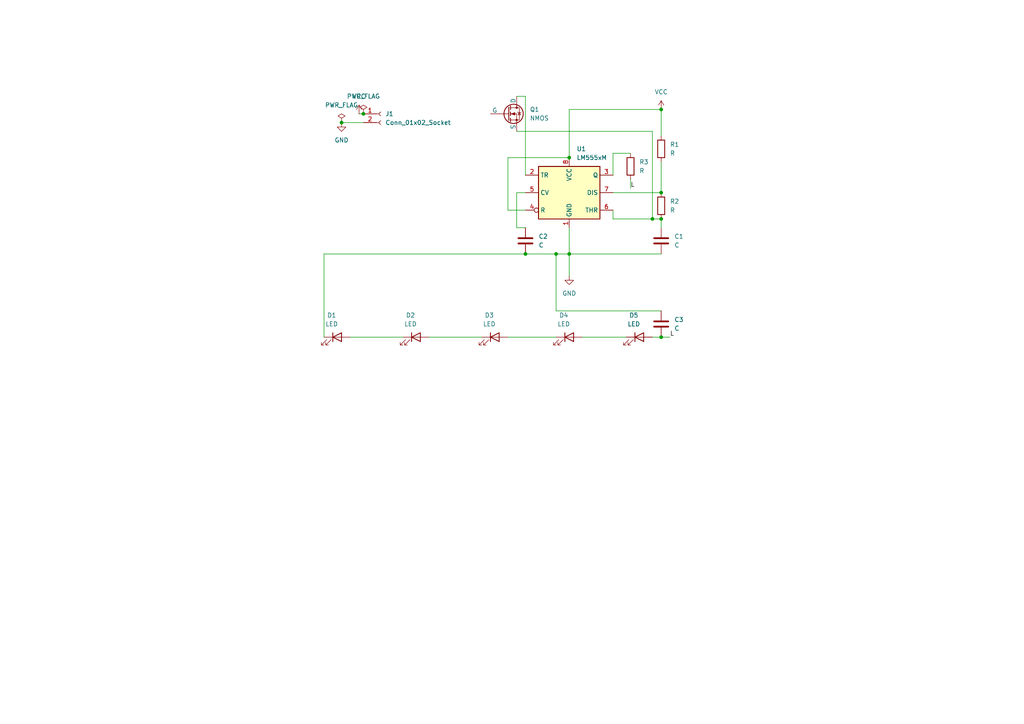
<source format=kicad_sch>
(kicad_sch
	(version 20250114)
	(generator "eeschema")
	(generator_version "9.0")
	(uuid "daaebc3e-3a5c-463c-b4ed-b3a8d5578252")
	(paper "A4")
	(lib_symbols
		(symbol "Connector:Conn_01x02_Socket"
			(pin_names
				(offset 1.016)
				(hide yes)
			)
			(exclude_from_sim no)
			(in_bom yes)
			(on_board yes)
			(property "Reference" "J"
				(at 0 2.54 0)
				(effects
					(font
						(size 1.27 1.27)
					)
				)
			)
			(property "Value" "Conn_01x02_Socket"
				(at 0 -5.08 0)
				(effects
					(font
						(size 1.27 1.27)
					)
				)
			)
			(property "Footprint" ""
				(at 0 0 0)
				(effects
					(font
						(size 1.27 1.27)
					)
					(hide yes)
				)
			)
			(property "Datasheet" "~"
				(at 0 0 0)
				(effects
					(font
						(size 1.27 1.27)
					)
					(hide yes)
				)
			)
			(property "Description" "Generic connector, single row, 01x02, script generated"
				(at 0 0 0)
				(effects
					(font
						(size 1.27 1.27)
					)
					(hide yes)
				)
			)
			(property "ki_locked" ""
				(at 0 0 0)
				(effects
					(font
						(size 1.27 1.27)
					)
				)
			)
			(property "ki_keywords" "connector"
				(at 0 0 0)
				(effects
					(font
						(size 1.27 1.27)
					)
					(hide yes)
				)
			)
			(property "ki_fp_filters" "Connector*:*_1x??_*"
				(at 0 0 0)
				(effects
					(font
						(size 1.27 1.27)
					)
					(hide yes)
				)
			)
			(symbol "Conn_01x02_Socket_1_1"
				(polyline
					(pts
						(xy -1.27 0) (xy -0.508 0)
					)
					(stroke
						(width 0.1524)
						(type default)
					)
					(fill
						(type none)
					)
				)
				(polyline
					(pts
						(xy -1.27 -2.54) (xy -0.508 -2.54)
					)
					(stroke
						(width 0.1524)
						(type default)
					)
					(fill
						(type none)
					)
				)
				(arc
					(start 0 -0.508)
					(mid -0.5058 0)
					(end 0 0.508)
					(stroke
						(width 0.1524)
						(type default)
					)
					(fill
						(type none)
					)
				)
				(arc
					(start 0 -3.048)
					(mid -0.5058 -2.54)
					(end 0 -2.032)
					(stroke
						(width 0.1524)
						(type default)
					)
					(fill
						(type none)
					)
				)
				(pin passive line
					(at -5.08 0 0)
					(length 3.81)
					(name "Pin_1"
						(effects
							(font
								(size 1.27 1.27)
							)
						)
					)
					(number "1"
						(effects
							(font
								(size 1.27 1.27)
							)
						)
					)
				)
				(pin passive line
					(at -5.08 -2.54 0)
					(length 3.81)
					(name "Pin_2"
						(effects
							(font
								(size 1.27 1.27)
							)
						)
					)
					(number "2"
						(effects
							(font
								(size 1.27 1.27)
							)
						)
					)
				)
			)
			(embedded_fonts no)
		)
		(symbol "Device:C"
			(pin_numbers
				(hide yes)
			)
			(pin_names
				(offset 0.254)
			)
			(exclude_from_sim no)
			(in_bom yes)
			(on_board yes)
			(property "Reference" "C"
				(at 0.635 2.54 0)
				(effects
					(font
						(size 1.27 1.27)
					)
					(justify left)
				)
			)
			(property "Value" "C"
				(at 0.635 -2.54 0)
				(effects
					(font
						(size 1.27 1.27)
					)
					(justify left)
				)
			)
			(property "Footprint" ""
				(at 0.9652 -3.81 0)
				(effects
					(font
						(size 1.27 1.27)
					)
					(hide yes)
				)
			)
			(property "Datasheet" "~"
				(at 0 0 0)
				(effects
					(font
						(size 1.27 1.27)
					)
					(hide yes)
				)
			)
			(property "Description" "Unpolarized capacitor"
				(at 0 0 0)
				(effects
					(font
						(size 1.27 1.27)
					)
					(hide yes)
				)
			)
			(property "ki_keywords" "cap capacitor"
				(at 0 0 0)
				(effects
					(font
						(size 1.27 1.27)
					)
					(hide yes)
				)
			)
			(property "ki_fp_filters" "C_*"
				(at 0 0 0)
				(effects
					(font
						(size 1.27 1.27)
					)
					(hide yes)
				)
			)
			(symbol "C_0_1"
				(polyline
					(pts
						(xy -2.032 0.762) (xy 2.032 0.762)
					)
					(stroke
						(width 0.508)
						(type default)
					)
					(fill
						(type none)
					)
				)
				(polyline
					(pts
						(xy -2.032 -0.762) (xy 2.032 -0.762)
					)
					(stroke
						(width 0.508)
						(type default)
					)
					(fill
						(type none)
					)
				)
			)
			(symbol "C_1_1"
				(pin passive line
					(at 0 3.81 270)
					(length 2.794)
					(name "~"
						(effects
							(font
								(size 1.27 1.27)
							)
						)
					)
					(number "1"
						(effects
							(font
								(size 1.27 1.27)
							)
						)
					)
				)
				(pin passive line
					(at 0 -3.81 90)
					(length 2.794)
					(name "~"
						(effects
							(font
								(size 1.27 1.27)
							)
						)
					)
					(number "2"
						(effects
							(font
								(size 1.27 1.27)
							)
						)
					)
				)
			)
			(embedded_fonts no)
		)
		(symbol "Device:LED"
			(pin_numbers
				(hide yes)
			)
			(pin_names
				(offset 1.016)
				(hide yes)
			)
			(exclude_from_sim no)
			(in_bom yes)
			(on_board yes)
			(property "Reference" "D"
				(at 0 2.54 0)
				(effects
					(font
						(size 1.27 1.27)
					)
				)
			)
			(property "Value" "LED"
				(at 0 -2.54 0)
				(effects
					(font
						(size 1.27 1.27)
					)
				)
			)
			(property "Footprint" ""
				(at 0 0 0)
				(effects
					(font
						(size 1.27 1.27)
					)
					(hide yes)
				)
			)
			(property "Datasheet" "~"
				(at 0 0 0)
				(effects
					(font
						(size 1.27 1.27)
					)
					(hide yes)
				)
			)
			(property "Description" "Light emitting diode"
				(at 0 0 0)
				(effects
					(font
						(size 1.27 1.27)
					)
					(hide yes)
				)
			)
			(property "Sim.Pins" "1=K 2=A"
				(at 0 0 0)
				(effects
					(font
						(size 1.27 1.27)
					)
					(hide yes)
				)
			)
			(property "ki_keywords" "LED diode"
				(at 0 0 0)
				(effects
					(font
						(size 1.27 1.27)
					)
					(hide yes)
				)
			)
			(property "ki_fp_filters" "LED* LED_SMD:* LED_THT:*"
				(at 0 0 0)
				(effects
					(font
						(size 1.27 1.27)
					)
					(hide yes)
				)
			)
			(symbol "LED_0_1"
				(polyline
					(pts
						(xy -3.048 -0.762) (xy -4.572 -2.286) (xy -3.81 -2.286) (xy -4.572 -2.286) (xy -4.572 -1.524)
					)
					(stroke
						(width 0)
						(type default)
					)
					(fill
						(type none)
					)
				)
				(polyline
					(pts
						(xy -1.778 -0.762) (xy -3.302 -2.286) (xy -2.54 -2.286) (xy -3.302 -2.286) (xy -3.302 -1.524)
					)
					(stroke
						(width 0)
						(type default)
					)
					(fill
						(type none)
					)
				)
				(polyline
					(pts
						(xy -1.27 0) (xy 1.27 0)
					)
					(stroke
						(width 0)
						(type default)
					)
					(fill
						(type none)
					)
				)
				(polyline
					(pts
						(xy -1.27 -1.27) (xy -1.27 1.27)
					)
					(stroke
						(width 0.254)
						(type default)
					)
					(fill
						(type none)
					)
				)
				(polyline
					(pts
						(xy 1.27 -1.27) (xy 1.27 1.27) (xy -1.27 0) (xy 1.27 -1.27)
					)
					(stroke
						(width 0.254)
						(type default)
					)
					(fill
						(type none)
					)
				)
			)
			(symbol "LED_1_1"
				(pin passive line
					(at -3.81 0 0)
					(length 2.54)
					(name "K"
						(effects
							(font
								(size 1.27 1.27)
							)
						)
					)
					(number "1"
						(effects
							(font
								(size 1.27 1.27)
							)
						)
					)
				)
				(pin passive line
					(at 3.81 0 180)
					(length 2.54)
					(name "A"
						(effects
							(font
								(size 1.27 1.27)
							)
						)
					)
					(number "2"
						(effects
							(font
								(size 1.27 1.27)
							)
						)
					)
				)
			)
			(embedded_fonts no)
		)
		(symbol "Device:R"
			(pin_numbers
				(hide yes)
			)
			(pin_names
				(offset 0)
			)
			(exclude_from_sim no)
			(in_bom yes)
			(on_board yes)
			(property "Reference" "R"
				(at 2.032 0 90)
				(effects
					(font
						(size 1.27 1.27)
					)
				)
			)
			(property "Value" "R"
				(at 0 0 90)
				(effects
					(font
						(size 1.27 1.27)
					)
				)
			)
			(property "Footprint" ""
				(at -1.778 0 90)
				(effects
					(font
						(size 1.27 1.27)
					)
					(hide yes)
				)
			)
			(property "Datasheet" "~"
				(at 0 0 0)
				(effects
					(font
						(size 1.27 1.27)
					)
					(hide yes)
				)
			)
			(property "Description" "Resistor"
				(at 0 0 0)
				(effects
					(font
						(size 1.27 1.27)
					)
					(hide yes)
				)
			)
			(property "ki_keywords" "R res resistor"
				(at 0 0 0)
				(effects
					(font
						(size 1.27 1.27)
					)
					(hide yes)
				)
			)
			(property "ki_fp_filters" "R_*"
				(at 0 0 0)
				(effects
					(font
						(size 1.27 1.27)
					)
					(hide yes)
				)
			)
			(symbol "R_0_1"
				(rectangle
					(start -1.016 -2.54)
					(end 1.016 2.54)
					(stroke
						(width 0.254)
						(type default)
					)
					(fill
						(type none)
					)
				)
			)
			(symbol "R_1_1"
				(pin passive line
					(at 0 3.81 270)
					(length 1.27)
					(name "~"
						(effects
							(font
								(size 1.27 1.27)
							)
						)
					)
					(number "1"
						(effects
							(font
								(size 1.27 1.27)
							)
						)
					)
				)
				(pin passive line
					(at 0 -3.81 90)
					(length 1.27)
					(name "~"
						(effects
							(font
								(size 1.27 1.27)
							)
						)
					)
					(number "2"
						(effects
							(font
								(size 1.27 1.27)
							)
						)
					)
				)
			)
			(embedded_fonts no)
		)
		(symbol "Simulation_SPICE:NMOS"
			(pin_numbers
				(hide yes)
			)
			(pin_names
				(offset 0)
			)
			(exclude_from_sim no)
			(in_bom yes)
			(on_board yes)
			(property "Reference" "Q"
				(at 5.08 1.27 0)
				(effects
					(font
						(size 1.27 1.27)
					)
					(justify left)
				)
			)
			(property "Value" "NMOS"
				(at 5.08 -1.27 0)
				(effects
					(font
						(size 1.27 1.27)
					)
					(justify left)
				)
			)
			(property "Footprint" ""
				(at 5.08 2.54 0)
				(effects
					(font
						(size 1.27 1.27)
					)
					(hide yes)
				)
			)
			(property "Datasheet" "https://ngspice.sourceforge.io/docs/ngspice-html-manual/manual.xhtml#cha_MOSFETs"
				(at 0 -12.7 0)
				(effects
					(font
						(size 1.27 1.27)
					)
					(hide yes)
				)
			)
			(property "Description" "N-MOSFET transistor, drain/source/gate"
				(at 0 0 0)
				(effects
					(font
						(size 1.27 1.27)
					)
					(hide yes)
				)
			)
			(property "Sim.Device" "NMOS"
				(at 0 -17.145 0)
				(effects
					(font
						(size 1.27 1.27)
					)
					(hide yes)
				)
			)
			(property "Sim.Type" "VDMOS"
				(at 0 -19.05 0)
				(effects
					(font
						(size 1.27 1.27)
					)
					(hide yes)
				)
			)
			(property "Sim.Pins" "1=D 2=G 3=S"
				(at 0 -15.24 0)
				(effects
					(font
						(size 1.27 1.27)
					)
					(hide yes)
				)
			)
			(property "ki_keywords" "transistor NMOS N-MOS N-MOSFET simulation"
				(at 0 0 0)
				(effects
					(font
						(size 1.27 1.27)
					)
					(hide yes)
				)
			)
			(symbol "NMOS_0_1"
				(polyline
					(pts
						(xy 0.254 1.905) (xy 0.254 -1.905)
					)
					(stroke
						(width 0.254)
						(type default)
					)
					(fill
						(type none)
					)
				)
				(polyline
					(pts
						(xy 0.254 0) (xy -2.54 0)
					)
					(stroke
						(width 0)
						(type default)
					)
					(fill
						(type none)
					)
				)
				(polyline
					(pts
						(xy 0.762 2.286) (xy 0.762 1.27)
					)
					(stroke
						(width 0.254)
						(type default)
					)
					(fill
						(type none)
					)
				)
				(polyline
					(pts
						(xy 0.762 0.508) (xy 0.762 -0.508)
					)
					(stroke
						(width 0.254)
						(type default)
					)
					(fill
						(type none)
					)
				)
				(polyline
					(pts
						(xy 0.762 -1.27) (xy 0.762 -2.286)
					)
					(stroke
						(width 0.254)
						(type default)
					)
					(fill
						(type none)
					)
				)
				(polyline
					(pts
						(xy 0.762 -1.778) (xy 3.302 -1.778) (xy 3.302 1.778) (xy 0.762 1.778)
					)
					(stroke
						(width 0)
						(type default)
					)
					(fill
						(type none)
					)
				)
				(polyline
					(pts
						(xy 1.016 0) (xy 2.032 0.381) (xy 2.032 -0.381) (xy 1.016 0)
					)
					(stroke
						(width 0)
						(type default)
					)
					(fill
						(type outline)
					)
				)
				(circle
					(center 1.651 0)
					(radius 2.794)
					(stroke
						(width 0.254)
						(type default)
					)
					(fill
						(type none)
					)
				)
				(polyline
					(pts
						(xy 2.54 2.54) (xy 2.54 1.778)
					)
					(stroke
						(width 0)
						(type default)
					)
					(fill
						(type none)
					)
				)
				(circle
					(center 2.54 1.778)
					(radius 0.254)
					(stroke
						(width 0)
						(type default)
					)
					(fill
						(type outline)
					)
				)
				(circle
					(center 2.54 -1.778)
					(radius 0.254)
					(stroke
						(width 0)
						(type default)
					)
					(fill
						(type outline)
					)
				)
				(polyline
					(pts
						(xy 2.54 -2.54) (xy 2.54 0) (xy 0.762 0)
					)
					(stroke
						(width 0)
						(type default)
					)
					(fill
						(type none)
					)
				)
				(polyline
					(pts
						(xy 2.794 0.508) (xy 2.921 0.381) (xy 3.683 0.381) (xy 3.81 0.254)
					)
					(stroke
						(width 0)
						(type default)
					)
					(fill
						(type none)
					)
				)
				(polyline
					(pts
						(xy 3.302 0.381) (xy 2.921 -0.254) (xy 3.683 -0.254) (xy 3.302 0.381)
					)
					(stroke
						(width 0)
						(type default)
					)
					(fill
						(type none)
					)
				)
			)
			(symbol "NMOS_1_1"
				(pin input line
					(at -5.08 0 0)
					(length 2.54)
					(name "G"
						(effects
							(font
								(size 1.27 1.27)
							)
						)
					)
					(number "2"
						(effects
							(font
								(size 1.27 1.27)
							)
						)
					)
				)
				(pin passive line
					(at 2.54 5.08 270)
					(length 2.54)
					(name "D"
						(effects
							(font
								(size 1.27 1.27)
							)
						)
					)
					(number "1"
						(effects
							(font
								(size 1.27 1.27)
							)
						)
					)
				)
				(pin passive line
					(at 2.54 -5.08 90)
					(length 2.54)
					(name "S"
						(effects
							(font
								(size 1.27 1.27)
							)
						)
					)
					(number "3"
						(effects
							(font
								(size 1.27 1.27)
							)
						)
					)
				)
			)
			(embedded_fonts no)
		)
		(symbol "Timer:LM555xM"
			(exclude_from_sim no)
			(in_bom yes)
			(on_board yes)
			(property "Reference" "U"
				(at -10.16 8.89 0)
				(effects
					(font
						(size 1.27 1.27)
					)
					(justify left)
				)
			)
			(property "Value" "LM555xM"
				(at 2.54 8.89 0)
				(effects
					(font
						(size 1.27 1.27)
					)
					(justify left)
				)
			)
			(property "Footprint" "Package_SO:SOIC-8_3.9x4.9mm_P1.27mm"
				(at 21.59 -10.16 0)
				(effects
					(font
						(size 1.27 1.27)
					)
					(hide yes)
				)
			)
			(property "Datasheet" "http://www.ti.com/lit/ds/symlink/lm555.pdf"
				(at 21.59 -10.16 0)
				(effects
					(font
						(size 1.27 1.27)
					)
					(hide yes)
				)
			)
			(property "Description" "Timer, 555 compatible, SOIC-8"
				(at 0 0 0)
				(effects
					(font
						(size 1.27 1.27)
					)
					(hide yes)
				)
			)
			(property "ki_keywords" "single timer 555"
				(at 0 0 0)
				(effects
					(font
						(size 1.27 1.27)
					)
					(hide yes)
				)
			)
			(property "ki_fp_filters" "SOIC*3.9x4.9mm*P1.27mm*"
				(at 0 0 0)
				(effects
					(font
						(size 1.27 1.27)
					)
					(hide yes)
				)
			)
			(symbol "LM555xM_0_0"
				(pin power_in line
					(at 0 10.16 270)
					(length 2.54)
					(name "VCC"
						(effects
							(font
								(size 1.27 1.27)
							)
						)
					)
					(number "8"
						(effects
							(font
								(size 1.27 1.27)
							)
						)
					)
				)
				(pin power_in line
					(at 0 -10.16 90)
					(length 2.54)
					(name "GND"
						(effects
							(font
								(size 1.27 1.27)
							)
						)
					)
					(number "1"
						(effects
							(font
								(size 1.27 1.27)
							)
						)
					)
				)
			)
			(symbol "LM555xM_0_1"
				(rectangle
					(start -8.89 -7.62)
					(end 8.89 7.62)
					(stroke
						(width 0.254)
						(type default)
					)
					(fill
						(type background)
					)
				)
				(rectangle
					(start -8.89 -7.62)
					(end 8.89 7.62)
					(stroke
						(width 0.254)
						(type default)
					)
					(fill
						(type background)
					)
				)
			)
			(symbol "LM555xM_1_1"
				(pin input line
					(at -12.7 5.08 0)
					(length 3.81)
					(name "TR"
						(effects
							(font
								(size 1.27 1.27)
							)
						)
					)
					(number "2"
						(effects
							(font
								(size 1.27 1.27)
							)
						)
					)
				)
				(pin input line
					(at -12.7 0 0)
					(length 3.81)
					(name "CV"
						(effects
							(font
								(size 1.27 1.27)
							)
						)
					)
					(number "5"
						(effects
							(font
								(size 1.27 1.27)
							)
						)
					)
				)
				(pin input inverted
					(at -12.7 -5.08 0)
					(length 3.81)
					(name "R"
						(effects
							(font
								(size 1.27 1.27)
							)
						)
					)
					(number "4"
						(effects
							(font
								(size 1.27 1.27)
							)
						)
					)
				)
				(pin output line
					(at 12.7 5.08 180)
					(length 3.81)
					(name "Q"
						(effects
							(font
								(size 1.27 1.27)
							)
						)
					)
					(number "3"
						(effects
							(font
								(size 1.27 1.27)
							)
						)
					)
				)
				(pin input line
					(at 12.7 0 180)
					(length 3.81)
					(name "DIS"
						(effects
							(font
								(size 1.27 1.27)
							)
						)
					)
					(number "7"
						(effects
							(font
								(size 1.27 1.27)
							)
						)
					)
				)
				(pin input line
					(at 12.7 -5.08 180)
					(length 3.81)
					(name "THR"
						(effects
							(font
								(size 1.27 1.27)
							)
						)
					)
					(number "6"
						(effects
							(font
								(size 1.27 1.27)
							)
						)
					)
				)
			)
			(embedded_fonts no)
		)
		(symbol "power:GND"
			(power)
			(pin_numbers
				(hide yes)
			)
			(pin_names
				(offset 0)
				(hide yes)
			)
			(exclude_from_sim no)
			(in_bom yes)
			(on_board yes)
			(property "Reference" "#PWR"
				(at 0 -6.35 0)
				(effects
					(font
						(size 1.27 1.27)
					)
					(hide yes)
				)
			)
			(property "Value" "GND"
				(at 0 -3.81 0)
				(effects
					(font
						(size 1.27 1.27)
					)
				)
			)
			(property "Footprint" ""
				(at 0 0 0)
				(effects
					(font
						(size 1.27 1.27)
					)
					(hide yes)
				)
			)
			(property "Datasheet" ""
				(at 0 0 0)
				(effects
					(font
						(size 1.27 1.27)
					)
					(hide yes)
				)
			)
			(property "Description" "Power symbol creates a global label with name \"GND\" , ground"
				(at 0 0 0)
				(effects
					(font
						(size 1.27 1.27)
					)
					(hide yes)
				)
			)
			(property "ki_keywords" "global power"
				(at 0 0 0)
				(effects
					(font
						(size 1.27 1.27)
					)
					(hide yes)
				)
			)
			(symbol "GND_0_1"
				(polyline
					(pts
						(xy 0 0) (xy 0 -1.27) (xy 1.27 -1.27) (xy 0 -2.54) (xy -1.27 -1.27) (xy 0 -1.27)
					)
					(stroke
						(width 0)
						(type default)
					)
					(fill
						(type none)
					)
				)
			)
			(symbol "GND_1_1"
				(pin power_in line
					(at 0 0 270)
					(length 0)
					(name "~"
						(effects
							(font
								(size 1.27 1.27)
							)
						)
					)
					(number "1"
						(effects
							(font
								(size 1.27 1.27)
							)
						)
					)
				)
			)
			(embedded_fonts no)
		)
		(symbol "power:PWR_FLAG"
			(power)
			(pin_numbers
				(hide yes)
			)
			(pin_names
				(offset 0)
				(hide yes)
			)
			(exclude_from_sim no)
			(in_bom yes)
			(on_board yes)
			(property "Reference" "#FLG"
				(at 0 1.905 0)
				(effects
					(font
						(size 1.27 1.27)
					)
					(hide yes)
				)
			)
			(property "Value" "PWR_FLAG"
				(at 0 3.81 0)
				(effects
					(font
						(size 1.27 1.27)
					)
				)
			)
			(property "Footprint" ""
				(at 0 0 0)
				(effects
					(font
						(size 1.27 1.27)
					)
					(hide yes)
				)
			)
			(property "Datasheet" "~"
				(at 0 0 0)
				(effects
					(font
						(size 1.27 1.27)
					)
					(hide yes)
				)
			)
			(property "Description" "Special symbol for telling ERC where power comes from"
				(at 0 0 0)
				(effects
					(font
						(size 1.27 1.27)
					)
					(hide yes)
				)
			)
			(property "ki_keywords" "flag power"
				(at 0 0 0)
				(effects
					(font
						(size 1.27 1.27)
					)
					(hide yes)
				)
			)
			(symbol "PWR_FLAG_0_0"
				(pin power_out line
					(at 0 0 90)
					(length 0)
					(name "~"
						(effects
							(font
								(size 1.27 1.27)
							)
						)
					)
					(number "1"
						(effects
							(font
								(size 1.27 1.27)
							)
						)
					)
				)
			)
			(symbol "PWR_FLAG_0_1"
				(polyline
					(pts
						(xy 0 0) (xy 0 1.27) (xy -1.016 1.905) (xy 0 2.54) (xy 1.016 1.905) (xy 0 1.27)
					)
					(stroke
						(width 0)
						(type default)
					)
					(fill
						(type none)
					)
				)
			)
			(embedded_fonts no)
		)
		(symbol "power:VCC"
			(power)
			(pin_numbers
				(hide yes)
			)
			(pin_names
				(offset 0)
				(hide yes)
			)
			(exclude_from_sim no)
			(in_bom yes)
			(on_board yes)
			(property "Reference" "#PWR"
				(at 0 -3.81 0)
				(effects
					(font
						(size 1.27 1.27)
					)
					(hide yes)
				)
			)
			(property "Value" "VCC"
				(at 0 3.556 0)
				(effects
					(font
						(size 1.27 1.27)
					)
				)
			)
			(property "Footprint" ""
				(at 0 0 0)
				(effects
					(font
						(size 1.27 1.27)
					)
					(hide yes)
				)
			)
			(property "Datasheet" ""
				(at 0 0 0)
				(effects
					(font
						(size 1.27 1.27)
					)
					(hide yes)
				)
			)
			(property "Description" "Power symbol creates a global label with name \"VCC\""
				(at 0 0 0)
				(effects
					(font
						(size 1.27 1.27)
					)
					(hide yes)
				)
			)
			(property "ki_keywords" "global power"
				(at 0 0 0)
				(effects
					(font
						(size 1.27 1.27)
					)
					(hide yes)
				)
			)
			(symbol "VCC_0_1"
				(polyline
					(pts
						(xy -0.762 1.27) (xy 0 2.54)
					)
					(stroke
						(width 0)
						(type default)
					)
					(fill
						(type none)
					)
				)
				(polyline
					(pts
						(xy 0 2.54) (xy 0.762 1.27)
					)
					(stroke
						(width 0)
						(type default)
					)
					(fill
						(type none)
					)
				)
				(polyline
					(pts
						(xy 0 0) (xy 0 2.54)
					)
					(stroke
						(width 0)
						(type default)
					)
					(fill
						(type none)
					)
				)
			)
			(symbol "VCC_1_1"
				(pin power_in line
					(at 0 0 90)
					(length 0)
					(name "~"
						(effects
							(font
								(size 1.27 1.27)
							)
						)
					)
					(number "1"
						(effects
							(font
								(size 1.27 1.27)
							)
						)
					)
				)
			)
			(embedded_fonts no)
		)
	)
	(junction
		(at 105.41 33.02)
		(diameter 0)
		(color 0 0 0 0)
		(uuid "1f6805be-4b07-45d1-a51b-b25d74615e65")
	)
	(junction
		(at 191.77 97.79)
		(diameter 0)
		(color 0 0 0 0)
		(uuid "475391d7-0442-4a4e-b832-0f214051d26b")
	)
	(junction
		(at 191.77 31.75)
		(diameter 0)
		(color 0 0 0 0)
		(uuid "6753a9a5-9dab-42ef-b677-9cdb20c2abd6")
	)
	(junction
		(at 191.77 63.5)
		(diameter 0)
		(color 0 0 0 0)
		(uuid "8789cdd2-32ca-415a-ba95-d320fed972b9")
	)
	(junction
		(at 165.1 73.66)
		(diameter 0)
		(color 0 0 0 0)
		(uuid "8e570589-b43f-4061-a87e-79dd07aa5232")
	)
	(junction
		(at 99.06 35.56)
		(diameter 0)
		(color 0 0 0 0)
		(uuid "8ffb14ba-57ab-40d1-8181-150ee8e35fad")
	)
	(junction
		(at 152.4 73.66)
		(diameter 0)
		(color 0 0 0 0)
		(uuid "9524a104-a056-4362-b667-e208c1ace033")
	)
	(junction
		(at 189.23 63.5)
		(diameter 0)
		(color 0 0 0 0)
		(uuid "a5b42f2f-574f-4858-b523-2e85a96d3881")
	)
	(junction
		(at 191.77 55.88)
		(diameter 0)
		(color 0 0 0 0)
		(uuid "bcc24927-c625-41a3-9c5d-df667c126d5e")
	)
	(junction
		(at 165.1 45.72)
		(diameter 0)
		(color 0 0 0 0)
		(uuid "bf692cb2-ba79-4e27-b233-d8907ed9c70f")
	)
	(junction
		(at 161.29 73.66)
		(diameter 0)
		(color 0 0 0 0)
		(uuid "e08fcdd7-c41a-4a6a-9a34-d99a7a229153")
	)
	(wire
		(pts
			(xy 124.46 97.79) (xy 139.7 97.79)
		)
		(stroke
			(width 0)
			(type default)
		)
		(uuid "022f2c49-591f-4ba2-87ba-8a32d84f74cf")
	)
	(wire
		(pts
			(xy 152.4 60.96) (xy 147.32 60.96)
		)
		(stroke
			(width 0)
			(type default)
		)
		(uuid "04875105-13d9-4344-b818-ab06f0d1028f")
	)
	(wire
		(pts
			(xy 147.32 45.72) (xy 165.1 45.72)
		)
		(stroke
			(width 0)
			(type default)
		)
		(uuid "07a78b0d-5ce2-4388-a89a-79ccd9d050fb")
	)
	(wire
		(pts
			(xy 149.86 38.1) (xy 189.23 38.1)
		)
		(stroke
			(width 0)
			(type default)
		)
		(uuid "07f686e7-d207-4efc-89f4-27d5acb87684")
	)
	(wire
		(pts
			(xy 177.8 44.45) (xy 182.88 44.45)
		)
		(stroke
			(width 0)
			(type default)
		)
		(uuid "0a048f9b-f87a-4836-bcd2-a41bb0a0cfef")
	)
	(wire
		(pts
			(xy 161.29 73.66) (xy 165.1 73.66)
		)
		(stroke
			(width 0)
			(type default)
		)
		(uuid "17935ce6-e5d8-4f4e-9029-41a855202e0a")
	)
	(wire
		(pts
			(xy 149.86 55.88) (xy 149.86 66.04)
		)
		(stroke
			(width 0)
			(type default)
		)
		(uuid "190a05ee-cb5e-4d04-a734-ef2439dfce12")
	)
	(wire
		(pts
			(xy 177.8 50.8) (xy 177.8 44.45)
		)
		(stroke
			(width 0)
			(type default)
		)
		(uuid "1ae512b4-d6a5-4364-92d8-337caf6f4993")
	)
	(wire
		(pts
			(xy 104.14 33.02) (xy 105.41 33.02)
		)
		(stroke
			(width 0)
			(type default)
		)
		(uuid "23208960-bdb4-4ce6-8f2d-efe2c3a5117f")
	)
	(wire
		(pts
			(xy 161.29 90.17) (xy 161.29 73.66)
		)
		(stroke
			(width 0)
			(type default)
		)
		(uuid "23db286d-dd83-4750-b0c1-57964ace930f")
	)
	(wire
		(pts
			(xy 189.23 97.79) (xy 191.77 97.79)
		)
		(stroke
			(width 0)
			(type default)
		)
		(uuid "2406895d-3b46-4e21-ae4a-a99d8af42a71")
	)
	(wire
		(pts
			(xy 93.98 73.66) (xy 152.4 73.66)
		)
		(stroke
			(width 0)
			(type default)
		)
		(uuid "25208a54-3cba-48ed-9d30-a8f354d21750")
	)
	(wire
		(pts
			(xy 177.8 63.5) (xy 177.8 60.96)
		)
		(stroke
			(width 0)
			(type default)
		)
		(uuid "26bfca84-74cc-4ced-889c-4e6fbc3ef228")
	)
	(wire
		(pts
			(xy 99.06 35.56) (xy 105.41 35.56)
		)
		(stroke
			(width 0)
			(type default)
		)
		(uuid "28acf04d-3310-4521-b3bb-2e869edd7184")
	)
	(wire
		(pts
			(xy 189.23 38.1) (xy 189.23 63.5)
		)
		(stroke
			(width 0)
			(type default)
		)
		(uuid "2b1de91b-6989-419b-8e50-ee943c170d24")
	)
	(wire
		(pts
			(xy 152.4 73.66) (xy 161.29 73.66)
		)
		(stroke
			(width 0)
			(type default)
		)
		(uuid "2d145c87-dcba-4e10-8f1d-7d0291951958")
	)
	(wire
		(pts
			(xy 147.32 60.96) (xy 147.32 45.72)
		)
		(stroke
			(width 0)
			(type default)
		)
		(uuid "3104d971-fb4b-4d46-979f-e4834feae66c")
	)
	(wire
		(pts
			(xy 149.86 55.88) (xy 152.4 55.88)
		)
		(stroke
			(width 0)
			(type default)
		)
		(uuid "33d29adf-4885-4c6a-a817-62e7b1b87e0b")
	)
	(wire
		(pts
			(xy 191.77 97.79) (xy 194.31 97.79)
		)
		(stroke
			(width 0)
			(type default)
		)
		(uuid "357c5850-6527-44a3-a1d9-5ae548937fec")
	)
	(wire
		(pts
			(xy 191.77 31.75) (xy 191.77 39.37)
		)
		(stroke
			(width 0)
			(type default)
		)
		(uuid "3dce4556-b2d5-429b-bbd8-f71aaf726688")
	)
	(wire
		(pts
			(xy 191.77 63.5) (xy 189.23 63.5)
		)
		(stroke
			(width 0)
			(type default)
		)
		(uuid "40c026eb-4b9e-4b65-8bb6-1bd06cb39d35")
	)
	(wire
		(pts
			(xy 147.32 97.79) (xy 161.29 97.79)
		)
		(stroke
			(width 0)
			(type default)
		)
		(uuid "48696118-7a3b-403d-9503-8a72f6ea447a")
	)
	(wire
		(pts
			(xy 152.4 27.94) (xy 149.86 27.94)
		)
		(stroke
			(width 0)
			(type default)
		)
		(uuid "495d3b80-c556-4946-9e46-b87b11b7bff9")
	)
	(wire
		(pts
			(xy 168.91 97.79) (xy 181.61 97.79)
		)
		(stroke
			(width 0)
			(type default)
		)
		(uuid "5cd27eda-0195-4f10-9e3c-82e603d6f66a")
	)
	(wire
		(pts
			(xy 152.4 50.8) (xy 152.4 27.94)
		)
		(stroke
			(width 0)
			(type default)
		)
		(uuid "6086f49d-9832-4a31-aba5-c4f943e3a4e9")
	)
	(wire
		(pts
			(xy 177.8 55.88) (xy 191.77 55.88)
		)
		(stroke
			(width 0)
			(type default)
		)
		(uuid "6b0d6f6b-0d4b-4119-b697-3cb312f093a9")
	)
	(wire
		(pts
			(xy 182.88 52.07) (xy 182.88 54.61)
		)
		(stroke
			(width 0)
			(type default)
		)
		(uuid "6df81e7c-620c-4a22-afc6-1c094e5eb106")
	)
	(wire
		(pts
			(xy 149.86 66.04) (xy 152.4 66.04)
		)
		(stroke
			(width 0)
			(type default)
		)
		(uuid "7d2a5bec-17e6-4840-8f11-dec9141f3980")
	)
	(wire
		(pts
			(xy 165.1 31.75) (xy 165.1 45.72)
		)
		(stroke
			(width 0)
			(type default)
		)
		(uuid "8f3ddaf0-c84b-42d9-83b3-4b79614beeca")
	)
	(wire
		(pts
			(xy 191.77 31.75) (xy 165.1 31.75)
		)
		(stroke
			(width 0)
			(type default)
		)
		(uuid "9539341b-467b-41a7-ba0b-75582e5b6896")
	)
	(wire
		(pts
			(xy 165.1 73.66) (xy 191.77 73.66)
		)
		(stroke
			(width 0)
			(type default)
		)
		(uuid "aeb695e5-5736-4267-a971-f627fe1fa136")
	)
	(wire
		(pts
			(xy 101.6 97.79) (xy 116.84 97.79)
		)
		(stroke
			(width 0)
			(type default)
		)
		(uuid "bbeee75a-2d10-4803-8d17-d12d7732870e")
	)
	(wire
		(pts
			(xy 191.77 63.5) (xy 191.77 66.04)
		)
		(stroke
			(width 0)
			(type default)
		)
		(uuid "c7f2b30b-78c2-47fa-92d7-7ee9fc18d70b")
	)
	(wire
		(pts
			(xy 165.1 73.66) (xy 165.1 80.01)
		)
		(stroke
			(width 0)
			(type default)
		)
		(uuid "ce24f7b1-a137-450a-b71e-61cf06d07875")
	)
	(wire
		(pts
			(xy 165.1 66.04) (xy 165.1 73.66)
		)
		(stroke
			(width 0)
			(type default)
		)
		(uuid "d508ef78-7a34-4c23-a006-6a106e19f239")
	)
	(wire
		(pts
			(xy 93.98 97.79) (xy 93.98 73.66)
		)
		(stroke
			(width 0)
			(type default)
		)
		(uuid "e63f7394-1dc5-472b-80a2-74a76c83d7b1")
	)
	(wire
		(pts
			(xy 189.23 63.5) (xy 177.8 63.5)
		)
		(stroke
			(width 0)
			(type default)
		)
		(uuid "f48653ab-36cf-4645-89ef-ab936386aacb")
	)
	(wire
		(pts
			(xy 191.77 46.99) (xy 191.77 55.88)
		)
		(stroke
			(width 0)
			(type default)
		)
		(uuid "f8f4fd4f-5e05-435f-924a-b756c162154a")
	)
	(wire
		(pts
			(xy 191.77 90.17) (xy 161.29 90.17)
		)
		(stroke
			(width 0)
			(type default)
		)
		(uuid "fdc3974a-b8d0-4e9c-ad5c-89bf9814f893")
	)
	(label "L"
		(at 182.88 54.61 0)
		(effects
			(font
				(size 1.27 1.27)
			)
			(justify left bottom)
		)
		(uuid "7f3fe790-878e-4b05-bec2-c8892688c06a")
	)
	(label "L"
		(at 194.31 97.79 0)
		(effects
			(font
				(size 1.27 1.27)
			)
			(justify left bottom)
		)
		(uuid "888acd0b-eaa5-4298-a02c-111f7bf8183c")
	)
	(symbol
		(lib_id "power:PWR_FLAG")
		(at 99.06 35.56 0)
		(unit 1)
		(exclude_from_sim no)
		(in_bom yes)
		(on_board yes)
		(dnp no)
		(fields_autoplaced yes)
		(uuid "0b326cbc-20a6-41da-bfae-70024b194a6a")
		(property "Reference" "#FLG02"
			(at 99.06 33.655 0)
			(effects
				(font
					(size 1.27 1.27)
				)
				(hide yes)
			)
		)
		(property "Value" "PWR_FLAG"
			(at 99.06 30.48 0)
			(effects
				(font
					(size 1.27 1.27)
				)
			)
		)
		(property "Footprint" ""
			(at 99.06 35.56 0)
			(effects
				(font
					(size 1.27 1.27)
				)
				(hide yes)
			)
		)
		(property "Datasheet" "~"
			(at 99.06 35.56 0)
			(effects
				(font
					(size 1.27 1.27)
				)
				(hide yes)
			)
		)
		(property "Description" "Special symbol for telling ERC where power comes from"
			(at 99.06 35.56 0)
			(effects
				(font
					(size 1.27 1.27)
				)
				(hide yes)
			)
		)
		(pin "1"
			(uuid "5d19795f-0dbb-4709-8b36-c6f78b73346f")
		)
		(instances
			(project ""
				(path "/daaebc3e-3a5c-463c-b4ed-b3a8d5578252"
					(reference "#FLG02")
					(unit 1)
				)
			)
		)
	)
	(symbol
		(lib_id "Connector:Conn_01x02_Socket")
		(at 110.49 33.02 0)
		(unit 1)
		(exclude_from_sim no)
		(in_bom yes)
		(on_board yes)
		(dnp no)
		(uuid "106604bf-6c65-45d9-89bf-35767686f95a")
		(property "Reference" "J1"
			(at 111.76 33.0199 0)
			(effects
				(font
					(size 1.27 1.27)
				)
				(justify left)
			)
		)
		(property "Value" "Conn_01x02_Socket"
			(at 111.76 35.5599 0)
			(effects
				(font
					(size 1.27 1.27)
				)
				(justify left)
			)
		)
		(property "Footprint" "Connector_AMASS:AMASS_XT60-F_1x02_P7.20mm_Vertical"
			(at 110.49 33.02 0)
			(effects
				(font
					(size 1.27 1.27)
				)
				(hide yes)
			)
		)
		(property "Datasheet" "~"
			(at 110.49 33.02 0)
			(effects
				(font
					(size 1.27 1.27)
				)
				(hide yes)
			)
		)
		(property "Description" "Generic connector, single row, 01x02, script generated"
			(at 110.49 33.02 0)
			(effects
				(font
					(size 1.27 1.27)
				)
				(hide yes)
			)
		)
		(pin "2"
			(uuid "25be1794-6646-48ce-ad7b-38559b3eafce")
		)
		(pin "1"
			(uuid "0f9e1e98-6dd5-44a2-8365-a9e3ef6d7674")
		)
		(instances
			(project ""
				(path "/daaebc3e-3a5c-463c-b4ed-b3a8d5578252"
					(reference "J1")
					(unit 1)
				)
			)
		)
	)
	(symbol
		(lib_id "Device:LED")
		(at 143.51 97.79 0)
		(unit 1)
		(exclude_from_sim no)
		(in_bom yes)
		(on_board yes)
		(dnp no)
		(fields_autoplaced yes)
		(uuid "13161d41-5563-46f4-a484-db97140094dd")
		(property "Reference" "D3"
			(at 141.9225 91.44 0)
			(effects
				(font
					(size 1.27 1.27)
				)
			)
		)
		(property "Value" "LED"
			(at 141.9225 93.98 0)
			(effects
				(font
					(size 1.27 1.27)
				)
			)
		)
		(property "Footprint" "LED_SMD:LED_1W_3W_R8"
			(at 143.51 97.79 0)
			(effects
				(font
					(size 1.27 1.27)
				)
				(hide yes)
			)
		)
		(property "Datasheet" "~"
			(at 143.51 97.79 0)
			(effects
				(font
					(size 1.27 1.27)
				)
				(hide yes)
			)
		)
		(property "Description" "Light emitting diode"
			(at 143.51 97.79 0)
			(effects
				(font
					(size 1.27 1.27)
				)
				(hide yes)
			)
		)
		(property "Sim.Pins" "1=K 2=A"
			(at 143.51 97.79 0)
			(effects
				(font
					(size 1.27 1.27)
				)
				(hide yes)
			)
		)
		(pin "1"
			(uuid "6e308ac7-4c52-46c1-99c6-178c600570ea")
		)
		(pin "2"
			(uuid "5852e09c-75b2-478c-860f-32a90b119fd1")
		)
		(instances
			(project ""
				(path "/daaebc3e-3a5c-463c-b4ed-b3a8d5578252"
					(reference "D3")
					(unit 1)
				)
			)
		)
	)
	(symbol
		(lib_id "Device:C")
		(at 191.77 93.98 0)
		(unit 1)
		(exclude_from_sim no)
		(in_bom yes)
		(on_board yes)
		(dnp no)
		(fields_autoplaced yes)
		(uuid "231ed599-2096-4066-98ed-d9df75de9b28")
		(property "Reference" "C3"
			(at 195.58 92.7099 0)
			(effects
				(font
					(size 1.27 1.27)
				)
				(justify left)
			)
		)
		(property "Value" "C"
			(at 195.58 95.2499 0)
			(effects
				(font
					(size 1.27 1.27)
				)
				(justify left)
			)
		)
		(property "Footprint" "Capacitor_SMD:C_0201_0603Metric"
			(at 192.7352 97.79 0)
			(effects
				(font
					(size 1.27 1.27)
				)
				(hide yes)
			)
		)
		(property "Datasheet" "~"
			(at 191.77 93.98 0)
			(effects
				(font
					(size 1.27 1.27)
				)
				(hide yes)
			)
		)
		(property "Description" "Unpolarized capacitor"
			(at 191.77 93.98 0)
			(effects
				(font
					(size 1.27 1.27)
				)
				(hide yes)
			)
		)
		(pin "1"
			(uuid "bbf1a126-0377-4b05-a1cf-d87ce1a54d01")
		)
		(pin "2"
			(uuid "adf9e782-f074-4c1f-a401-6efd3405ea37")
		)
		(instances
			(project "blinker"
				(path "/daaebc3e-3a5c-463c-b4ed-b3a8d5578252"
					(reference "C3")
					(unit 1)
				)
			)
		)
	)
	(symbol
		(lib_id "power:GND")
		(at 99.06 35.56 0)
		(unit 1)
		(exclude_from_sim no)
		(in_bom yes)
		(on_board yes)
		(dnp no)
		(fields_autoplaced yes)
		(uuid "2e6706bb-a13a-4d78-87e4-a459ee0c9779")
		(property "Reference" "#PWR03"
			(at 99.06 41.91 0)
			(effects
				(font
					(size 1.27 1.27)
				)
				(hide yes)
			)
		)
		(property "Value" "GND"
			(at 99.06 40.64 0)
			(effects
				(font
					(size 1.27 1.27)
				)
			)
		)
		(property "Footprint" ""
			(at 99.06 35.56 0)
			(effects
				(font
					(size 1.27 1.27)
				)
				(hide yes)
			)
		)
		(property "Datasheet" ""
			(at 99.06 35.56 0)
			(effects
				(font
					(size 1.27 1.27)
				)
				(hide yes)
			)
		)
		(property "Description" "Power symbol creates a global label with name \"GND\" , ground"
			(at 99.06 35.56 0)
			(effects
				(font
					(size 1.27 1.27)
				)
				(hide yes)
			)
		)
		(pin "1"
			(uuid "ae296b92-cfa1-4991-816a-efd6f023bbb3")
		)
		(instances
			(project ""
				(path "/daaebc3e-3a5c-463c-b4ed-b3a8d5578252"
					(reference "#PWR03")
					(unit 1)
				)
			)
		)
	)
	(symbol
		(lib_id "Timer:LM555xM")
		(at 165.1 55.88 0)
		(unit 1)
		(exclude_from_sim no)
		(in_bom yes)
		(on_board yes)
		(dnp no)
		(fields_autoplaced yes)
		(uuid "32e80ac3-6e62-415b-bc96-be29688ffc1c")
		(property "Reference" "U1"
			(at 167.2433 43.18 0)
			(effects
				(font
					(size 1.27 1.27)
				)
				(justify left)
			)
		)
		(property "Value" "LM555xM"
			(at 167.2433 45.72 0)
			(effects
				(font
					(size 1.27 1.27)
				)
				(justify left)
			)
		)
		(property "Footprint" "Package_SO:SOIC-8_3.9x4.9mm_P1.27mm"
			(at 186.69 66.04 0)
			(effects
				(font
					(size 1.27 1.27)
				)
				(hide yes)
			)
		)
		(property "Datasheet" "http://www.ti.com/lit/ds/symlink/lm555.pdf"
			(at 186.69 66.04 0)
			(effects
				(font
					(size 1.27 1.27)
				)
				(hide yes)
			)
		)
		(property "Description" "Timer, 555 compatible, SOIC-8"
			(at 165.1 55.88 0)
			(effects
				(font
					(size 1.27 1.27)
				)
				(hide yes)
			)
		)
		(pin "6"
			(uuid "f8c9c673-2c85-4340-976a-4fe6a8b3a668")
		)
		(pin "2"
			(uuid "8ecb8b9d-895b-4451-8b75-47bcd8568c87")
		)
		(pin "4"
			(uuid "0a10dae6-20a0-4542-99e0-06e933c94ce7")
		)
		(pin "3"
			(uuid "ae3748b0-0ffd-44fa-bc02-f000376b411e")
		)
		(pin "7"
			(uuid "a3c326e0-11ee-4260-88bd-9788311e8619")
		)
		(pin "8"
			(uuid "cda813a5-290f-42da-b264-aaa7390a409f")
		)
		(pin "1"
			(uuid "00c430ba-bc9e-43a3-8ffb-babb71070417")
		)
		(pin "5"
			(uuid "07323fe7-04a6-4836-bda6-643bfcf781d4")
		)
		(instances
			(project ""
				(path "/daaebc3e-3a5c-463c-b4ed-b3a8d5578252"
					(reference "U1")
					(unit 1)
				)
			)
		)
	)
	(symbol
		(lib_id "Device:R")
		(at 191.77 43.18 0)
		(unit 1)
		(exclude_from_sim no)
		(in_bom yes)
		(on_board yes)
		(dnp no)
		(fields_autoplaced yes)
		(uuid "346c090b-156e-4cba-92d1-de003e93779d")
		(property "Reference" "R1"
			(at 194.31 41.9099 0)
			(effects
				(font
					(size 1.27 1.27)
				)
				(justify left)
			)
		)
		(property "Value" "R"
			(at 194.31 44.4499 0)
			(effects
				(font
					(size 1.27 1.27)
				)
				(justify left)
			)
		)
		(property "Footprint" "OptoDevice:R_LDR_5.0x4.1mm_P3mm_Vertical"
			(at 189.992 43.18 90)
			(effects
				(font
					(size 1.27 1.27)
				)
				(hide yes)
			)
		)
		(property "Datasheet" "~"
			(at 191.77 43.18 0)
			(effects
				(font
					(size 1.27 1.27)
				)
				(hide yes)
			)
		)
		(property "Description" "Resistor"
			(at 191.77 43.18 0)
			(effects
				(font
					(size 1.27 1.27)
				)
				(hide yes)
			)
		)
		(pin "2"
			(uuid "437e1bce-3e7c-47ec-9a90-cd743b14cdec")
		)
		(pin "1"
			(uuid "05939590-2a7a-40e0-be18-204eb546ed78")
		)
		(instances
			(project "blinker"
				(path "/daaebc3e-3a5c-463c-b4ed-b3a8d5578252"
					(reference "R1")
					(unit 1)
				)
			)
		)
	)
	(symbol
		(lib_id "Simulation_SPICE:NMOS")
		(at 147.32 33.02 0)
		(unit 1)
		(exclude_from_sim no)
		(in_bom yes)
		(on_board yes)
		(dnp no)
		(fields_autoplaced yes)
		(uuid "3a72dbb6-c0ce-44b1-b024-c723b043dc2b")
		(property "Reference" "Q1"
			(at 153.67 31.7499 0)
			(effects
				(font
					(size 1.27 1.27)
				)
				(justify left)
			)
		)
		(property "Value" "NMOS"
			(at 153.67 34.2899 0)
			(effects
				(font
					(size 1.27 1.27)
				)
				(justify left)
			)
		)
		(property "Footprint" "Package_TO_SOT_THT:TO-92Flat"
			(at 152.4 30.48 0)
			(effects
				(font
					(size 1.27 1.27)
				)
				(hide yes)
			)
		)
		(property "Datasheet" "https://ngspice.sourceforge.io/docs/ngspice-html-manual/manual.xhtml#cha_MOSFETs"
			(at 147.32 45.72 0)
			(effects
				(font
					(size 1.27 1.27)
				)
				(hide yes)
			)
		)
		(property "Description" "N-MOSFET transistor, drain/source/gate"
			(at 147.32 33.02 0)
			(effects
				(font
					(size 1.27 1.27)
				)
				(hide yes)
			)
		)
		(property "Sim.Device" "NMOS"
			(at 147.32 50.165 0)
			(effects
				(font
					(size 1.27 1.27)
				)
				(hide yes)
			)
		)
		(property "Sim.Type" "VDMOS"
			(at 147.32 52.07 0)
			(effects
				(font
					(size 1.27 1.27)
				)
				(hide yes)
			)
		)
		(property "Sim.Pins" "1=D 2=G 3=S"
			(at 147.32 48.26 0)
			(effects
				(font
					(size 1.27 1.27)
				)
				(hide yes)
			)
		)
		(pin "1"
			(uuid "e183a4b2-84ac-4ea0-91c2-e45d07d5c5cb")
		)
		(pin "2"
			(uuid "ec05b955-eb10-4948-8ee9-26ebbeb598cd")
		)
		(pin "3"
			(uuid "fcd44e6c-c320-496c-be68-c2796d36e1ee")
		)
		(instances
			(project ""
				(path "/daaebc3e-3a5c-463c-b4ed-b3a8d5578252"
					(reference "Q1")
					(unit 1)
				)
			)
		)
	)
	(symbol
		(lib_id "Device:LED")
		(at 97.79 97.79 0)
		(unit 1)
		(exclude_from_sim no)
		(in_bom yes)
		(on_board yes)
		(dnp no)
		(fields_autoplaced yes)
		(uuid "436a4971-c5cc-4214-8ead-f02fef3548f1")
		(property "Reference" "D1"
			(at 96.2025 91.44 0)
			(effects
				(font
					(size 1.27 1.27)
				)
			)
		)
		(property "Value" "LED"
			(at 96.2025 93.98 0)
			(effects
				(font
					(size 1.27 1.27)
				)
			)
		)
		(property "Footprint" "LED_SMD:LED_1W_3W_R8"
			(at 97.79 97.79 0)
			(effects
				(font
					(size 1.27 1.27)
				)
				(hide yes)
			)
		)
		(property "Datasheet" "~"
			(at 97.79 97.79 0)
			(effects
				(font
					(size 1.27 1.27)
				)
				(hide yes)
			)
		)
		(property "Description" "Light emitting diode"
			(at 97.79 97.79 0)
			(effects
				(font
					(size 1.27 1.27)
				)
				(hide yes)
			)
		)
		(property "Sim.Pins" "1=K 2=A"
			(at 97.79 97.79 0)
			(effects
				(font
					(size 1.27 1.27)
				)
				(hide yes)
			)
		)
		(pin "2"
			(uuid "8fe5ca5b-9a9a-415a-921d-a33e34e537ac")
		)
		(pin "1"
			(uuid "3fd6e679-1340-4203-8515-42cb45fdecb7")
		)
		(instances
			(project ""
				(path "/daaebc3e-3a5c-463c-b4ed-b3a8d5578252"
					(reference "D1")
					(unit 1)
				)
			)
		)
	)
	(symbol
		(lib_id "Device:C")
		(at 152.4 69.85 0)
		(unit 1)
		(exclude_from_sim no)
		(in_bom yes)
		(on_board yes)
		(dnp no)
		(fields_autoplaced yes)
		(uuid "a4f87866-b931-43a4-a721-47c81ad38534")
		(property "Reference" "C2"
			(at 156.21 68.5799 0)
			(effects
				(font
					(size 1.27 1.27)
				)
				(justify left)
			)
		)
		(property "Value" "C"
			(at 156.21 71.1199 0)
			(effects
				(font
					(size 1.27 1.27)
				)
				(justify left)
			)
		)
		(property "Footprint" "Capacitor_SMD:C_0201_0603Metric"
			(at 153.3652 73.66 0)
			(effects
				(font
					(size 1.27 1.27)
				)
				(hide yes)
			)
		)
		(property "Datasheet" "~"
			(at 152.4 69.85 0)
			(effects
				(font
					(size 1.27 1.27)
				)
				(hide yes)
			)
		)
		(property "Description" "Unpolarized capacitor"
			(at 152.4 69.85 0)
			(effects
				(font
					(size 1.27 1.27)
				)
				(hide yes)
			)
		)
		(pin "1"
			(uuid "97c92796-6ba3-43e9-b8e8-5abd29dd5aad")
		)
		(pin "2"
			(uuid "431da31b-ea9f-4e4c-90fd-7daabc0d6da3")
		)
		(instances
			(project "blinker"
				(path "/daaebc3e-3a5c-463c-b4ed-b3a8d5578252"
					(reference "C2")
					(unit 1)
				)
			)
		)
	)
	(symbol
		(lib_id "Device:R")
		(at 191.77 59.69 0)
		(unit 1)
		(exclude_from_sim no)
		(in_bom yes)
		(on_board yes)
		(dnp no)
		(fields_autoplaced yes)
		(uuid "a87baf82-6560-4041-9a61-71b09e9e1181")
		(property "Reference" "R2"
			(at 194.31 58.4199 0)
			(effects
				(font
					(size 1.27 1.27)
				)
				(justify left)
			)
		)
		(property "Value" "R"
			(at 194.31 60.9599 0)
			(effects
				(font
					(size 1.27 1.27)
				)
				(justify left)
			)
		)
		(property "Footprint" "OptoDevice:R_LDR_5.0x4.1mm_P3mm_Vertical"
			(at 189.992 59.69 90)
			(effects
				(font
					(size 1.27 1.27)
				)
				(hide yes)
			)
		)
		(property "Datasheet" "~"
			(at 191.77 59.69 0)
			(effects
				(font
					(size 1.27 1.27)
				)
				(hide yes)
			)
		)
		(property "Description" "Resistor"
			(at 191.77 59.69 0)
			(effects
				(font
					(size 1.27 1.27)
				)
				(hide yes)
			)
		)
		(pin "2"
			(uuid "6de07fd3-761c-47e6-8e41-10d41f62a2ca")
		)
		(pin "1"
			(uuid "936bd871-8e54-47a2-8bd5-a7d6e9b07ee9")
		)
		(instances
			(project "blinker"
				(path "/daaebc3e-3a5c-463c-b4ed-b3a8d5578252"
					(reference "R2")
					(unit 1)
				)
			)
		)
	)
	(symbol
		(lib_id "Device:LED")
		(at 120.65 97.79 0)
		(unit 1)
		(exclude_from_sim no)
		(in_bom yes)
		(on_board yes)
		(dnp no)
		(fields_autoplaced yes)
		(uuid "ab03e4aa-433c-46d3-9061-bd16c4fd513d")
		(property "Reference" "D2"
			(at 119.0625 91.44 0)
			(effects
				(font
					(size 1.27 1.27)
				)
			)
		)
		(property "Value" "LED"
			(at 119.0625 93.98 0)
			(effects
				(font
					(size 1.27 1.27)
				)
			)
		)
		(property "Footprint" "LED_SMD:LED_1W_3W_R8"
			(at 120.65 97.79 0)
			(effects
				(font
					(size 1.27 1.27)
				)
				(hide yes)
			)
		)
		(property "Datasheet" "~"
			(at 120.65 97.79 0)
			(effects
				(font
					(size 1.27 1.27)
				)
				(hide yes)
			)
		)
		(property "Description" "Light emitting diode"
			(at 120.65 97.79 0)
			(effects
				(font
					(size 1.27 1.27)
				)
				(hide yes)
			)
		)
		(property "Sim.Pins" "1=K 2=A"
			(at 120.65 97.79 0)
			(effects
				(font
					(size 1.27 1.27)
				)
				(hide yes)
			)
		)
		(pin "1"
			(uuid "5a3fefac-d372-4515-8a9f-ddcba59251ea")
		)
		(pin "2"
			(uuid "920835b7-3a5c-472f-ad14-9beb7a791f16")
		)
		(instances
			(project ""
				(path "/daaebc3e-3a5c-463c-b4ed-b3a8d5578252"
					(reference "D2")
					(unit 1)
				)
			)
		)
	)
	(symbol
		(lib_id "Device:LED")
		(at 185.42 97.79 0)
		(unit 1)
		(exclude_from_sim no)
		(in_bom yes)
		(on_board yes)
		(dnp no)
		(fields_autoplaced yes)
		(uuid "ae895743-860c-4169-8737-895bf99c6042")
		(property "Reference" "D5"
			(at 183.8325 91.44 0)
			(effects
				(font
					(size 1.27 1.27)
				)
			)
		)
		(property "Value" "LED"
			(at 183.8325 93.98 0)
			(effects
				(font
					(size 1.27 1.27)
				)
			)
		)
		(property "Footprint" "LED_SMD:LED_1W_3W_R8"
			(at 185.42 97.79 0)
			(effects
				(font
					(size 1.27 1.27)
				)
				(hide yes)
			)
		)
		(property "Datasheet" "~"
			(at 185.42 97.79 0)
			(effects
				(font
					(size 1.27 1.27)
				)
				(hide yes)
			)
		)
		(property "Description" "Light emitting diode"
			(at 185.42 97.79 0)
			(effects
				(font
					(size 1.27 1.27)
				)
				(hide yes)
			)
		)
		(property "Sim.Pins" "1=K 2=A"
			(at 185.42 97.79 0)
			(effects
				(font
					(size 1.27 1.27)
				)
				(hide yes)
			)
		)
		(pin "1"
			(uuid "fcaa9c00-a74c-450c-aa98-7381450b3837")
		)
		(pin "2"
			(uuid "f21e3dc0-6bdb-494b-ac65-4da122d1b658")
		)
		(instances
			(project "blinker"
				(path "/daaebc3e-3a5c-463c-b4ed-b3a8d5578252"
					(reference "D5")
					(unit 1)
				)
			)
		)
	)
	(symbol
		(lib_id "power:VCC")
		(at 191.77 31.75 0)
		(unit 1)
		(exclude_from_sim no)
		(in_bom yes)
		(on_board yes)
		(dnp no)
		(fields_autoplaced yes)
		(uuid "b205871d-809b-477f-9413-a9bd0fab1af2")
		(property "Reference" "#PWR01"
			(at 191.77 35.56 0)
			(effects
				(font
					(size 1.27 1.27)
				)
				(hide yes)
			)
		)
		(property "Value" "VCC"
			(at 191.77 26.67 0)
			(effects
				(font
					(size 1.27 1.27)
				)
			)
		)
		(property "Footprint" ""
			(at 191.77 31.75 0)
			(effects
				(font
					(size 1.27 1.27)
				)
				(hide yes)
			)
		)
		(property "Datasheet" ""
			(at 191.77 31.75 0)
			(effects
				(font
					(size 1.27 1.27)
				)
				(hide yes)
			)
		)
		(property "Description" "Power symbol creates a global label with name \"VCC\""
			(at 191.77 31.75 0)
			(effects
				(font
					(size 1.27 1.27)
				)
				(hide yes)
			)
		)
		(pin "1"
			(uuid "20f3cf89-5dad-4fd9-8461-7a5481da22e0")
		)
		(instances
			(project ""
				(path "/daaebc3e-3a5c-463c-b4ed-b3a8d5578252"
					(reference "#PWR01")
					(unit 1)
				)
			)
		)
	)
	(symbol
		(lib_id "Device:C")
		(at 191.77 69.85 0)
		(unit 1)
		(exclude_from_sim no)
		(in_bom yes)
		(on_board yes)
		(dnp no)
		(fields_autoplaced yes)
		(uuid "c99ae72c-8005-45f1-bb74-00916f0dab6c")
		(property "Reference" "C1"
			(at 195.58 68.5799 0)
			(effects
				(font
					(size 1.27 1.27)
				)
				(justify left)
			)
		)
		(property "Value" "C"
			(at 195.58 71.1199 0)
			(effects
				(font
					(size 1.27 1.27)
				)
				(justify left)
			)
		)
		(property "Footprint" "Capacitor_SMD:C_0201_0603Metric"
			(at 192.7352 73.66 0)
			(effects
				(font
					(size 1.27 1.27)
				)
				(hide yes)
			)
		)
		(property "Datasheet" "~"
			(at 191.77 69.85 0)
			(effects
				(font
					(size 1.27 1.27)
				)
				(hide yes)
			)
		)
		(property "Description" "Unpolarized capacitor"
			(at 191.77 69.85 0)
			(effects
				(font
					(size 1.27 1.27)
				)
				(hide yes)
			)
		)
		(pin "1"
			(uuid "60570da1-7db9-4452-b612-f7620950c510")
		)
		(pin "2"
			(uuid "e0d9c82c-cf66-4495-a0a5-76dc295ac0d0")
		)
		(instances
			(project "blinker"
				(path "/daaebc3e-3a5c-463c-b4ed-b3a8d5578252"
					(reference "C1")
					(unit 1)
				)
			)
		)
	)
	(symbol
		(lib_id "power:GND")
		(at 165.1 80.01 0)
		(unit 1)
		(exclude_from_sim no)
		(in_bom yes)
		(on_board yes)
		(dnp no)
		(fields_autoplaced yes)
		(uuid "cd275bd5-faea-4e64-9c22-d2a957b49a4e")
		(property "Reference" "#PWR02"
			(at 165.1 86.36 0)
			(effects
				(font
					(size 1.27 1.27)
				)
				(hide yes)
			)
		)
		(property "Value" "GND"
			(at 165.1 85.09 0)
			(effects
				(font
					(size 1.27 1.27)
				)
			)
		)
		(property "Footprint" ""
			(at 165.1 80.01 0)
			(effects
				(font
					(size 1.27 1.27)
				)
				(hide yes)
			)
		)
		(property "Datasheet" ""
			(at 165.1 80.01 0)
			(effects
				(font
					(size 1.27 1.27)
				)
				(hide yes)
			)
		)
		(property "Description" "Power symbol creates a global label with name \"GND\" , ground"
			(at 165.1 80.01 0)
			(effects
				(font
					(size 1.27 1.27)
				)
				(hide yes)
			)
		)
		(pin "1"
			(uuid "59bc7441-de6e-4c98-a07e-052f2219bc86")
		)
		(instances
			(project ""
				(path "/daaebc3e-3a5c-463c-b4ed-b3a8d5578252"
					(reference "#PWR02")
					(unit 1)
				)
			)
		)
	)
	(symbol
		(lib_id "Device:LED")
		(at 165.1 97.79 0)
		(unit 1)
		(exclude_from_sim no)
		(in_bom yes)
		(on_board yes)
		(dnp no)
		(fields_autoplaced yes)
		(uuid "d5d10148-48f6-4601-a5d1-0af2f5089677")
		(property "Reference" "D4"
			(at 163.5125 91.44 0)
			(effects
				(font
					(size 1.27 1.27)
				)
			)
		)
		(property "Value" "LED"
			(at 163.5125 93.98 0)
			(effects
				(font
					(size 1.27 1.27)
				)
			)
		)
		(property "Footprint" "LED_SMD:LED_1W_3W_R8"
			(at 165.1 97.79 0)
			(effects
				(font
					(size 1.27 1.27)
				)
				(hide yes)
			)
		)
		(property "Datasheet" "~"
			(at 165.1 97.79 0)
			(effects
				(font
					(size 1.27 1.27)
				)
				(hide yes)
			)
		)
		(property "Description" "Light emitting diode"
			(at 165.1 97.79 0)
			(effects
				(font
					(size 1.27 1.27)
				)
				(hide yes)
			)
		)
		(property "Sim.Pins" "1=K 2=A"
			(at 165.1 97.79 0)
			(effects
				(font
					(size 1.27 1.27)
				)
				(hide yes)
			)
		)
		(pin "1"
			(uuid "0d4291db-9539-48d6-9fb7-5abb08f3c8d2")
		)
		(pin "2"
			(uuid "b44f6bd6-c528-4973-9c1e-0491362b5093")
		)
		(instances
			(project ""
				(path "/daaebc3e-3a5c-463c-b4ed-b3a8d5578252"
					(reference "D4")
					(unit 1)
				)
			)
		)
	)
	(symbol
		(lib_id "power:VCC")
		(at 104.14 33.02 0)
		(unit 1)
		(exclude_from_sim no)
		(in_bom yes)
		(on_board yes)
		(dnp no)
		(fields_autoplaced yes)
		(uuid "df298fc2-5973-4d05-a456-32d16560a610")
		(property "Reference" "#PWR04"
			(at 104.14 36.83 0)
			(effects
				(font
					(size 1.27 1.27)
				)
				(hide yes)
			)
		)
		(property "Value" "VCC"
			(at 104.14 27.94 0)
			(effects
				(font
					(size 1.27 1.27)
				)
			)
		)
		(property "Footprint" ""
			(at 104.14 33.02 0)
			(effects
				(font
					(size 1.27 1.27)
				)
				(hide yes)
			)
		)
		(property "Datasheet" ""
			(at 104.14 33.02 0)
			(effects
				(font
					(size 1.27 1.27)
				)
				(hide yes)
			)
		)
		(property "Description" "Power symbol creates a global label with name \"VCC\""
			(at 104.14 33.02 0)
			(effects
				(font
					(size 1.27 1.27)
				)
				(hide yes)
			)
		)
		(pin "1"
			(uuid "4ab6423e-6dae-43c7-8f25-023c39355d3d")
		)
		(instances
			(project ""
				(path "/daaebc3e-3a5c-463c-b4ed-b3a8d5578252"
					(reference "#PWR04")
					(unit 1)
				)
			)
		)
	)
	(symbol
		(lib_id "Device:R")
		(at 182.88 48.26 0)
		(unit 1)
		(exclude_from_sim no)
		(in_bom yes)
		(on_board yes)
		(dnp no)
		(fields_autoplaced yes)
		(uuid "e3ab3d07-f4a4-405f-90c3-14e0d8219482")
		(property "Reference" "R3"
			(at 185.42 46.9899 0)
			(effects
				(font
					(size 1.27 1.27)
				)
				(justify left)
			)
		)
		(property "Value" "R"
			(at 185.42 49.5299 0)
			(effects
				(font
					(size 1.27 1.27)
				)
				(justify left)
			)
		)
		(property "Footprint" "OptoDevice:R_LDR_5.0x4.1mm_P3mm_Vertical"
			(at 181.102 48.26 90)
			(effects
				(font
					(size 1.27 1.27)
				)
				(hide yes)
			)
		)
		(property "Datasheet" "~"
			(at 182.88 48.26 0)
			(effects
				(font
					(size 1.27 1.27)
				)
				(hide yes)
			)
		)
		(property "Description" "Resistor"
			(at 182.88 48.26 0)
			(effects
				(font
					(size 1.27 1.27)
				)
				(hide yes)
			)
		)
		(pin "2"
			(uuid "8642e9de-29d3-4101-9fb2-5af14c8f3d68")
		)
		(pin "1"
			(uuid "d05cc3a9-c9bd-419e-8dcb-8268c13d637c")
		)
		(instances
			(project "blinker"
				(path "/daaebc3e-3a5c-463c-b4ed-b3a8d5578252"
					(reference "R3")
					(unit 1)
				)
			)
		)
	)
	(symbol
		(lib_id "power:PWR_FLAG")
		(at 105.41 33.02 0)
		(unit 1)
		(exclude_from_sim no)
		(in_bom yes)
		(on_board yes)
		(dnp no)
		(fields_autoplaced yes)
		(uuid "fed5347c-d2a4-476d-8599-f2aa434cb4e3")
		(property "Reference" "#FLG01"
			(at 105.41 31.115 0)
			(effects
				(font
					(size 1.27 1.27)
				)
				(hide yes)
			)
		)
		(property "Value" "PWR_FLAG"
			(at 105.41 27.94 0)
			(effects
				(font
					(size 1.27 1.27)
				)
			)
		)
		(property "Footprint" ""
			(at 105.41 33.02 0)
			(effects
				(font
					(size 1.27 1.27)
				)
				(hide yes)
			)
		)
		(property "Datasheet" "~"
			(at 105.41 33.02 0)
			(effects
				(font
					(size 1.27 1.27)
				)
				(hide yes)
			)
		)
		(property "Description" "Special symbol for telling ERC where power comes from"
			(at 105.41 33.02 0)
			(effects
				(font
					(size 1.27 1.27)
				)
				(hide yes)
			)
		)
		(pin "1"
			(uuid "3d2660ff-ffa9-47c4-a3d3-969293019338")
		)
		(instances
			(project ""
				(path "/daaebc3e-3a5c-463c-b4ed-b3a8d5578252"
					(reference "#FLG01")
					(unit 1)
				)
			)
		)
	)
	(sheet_instances
		(path "/"
			(page "1")
		)
	)
	(embedded_fonts no)
)

</source>
